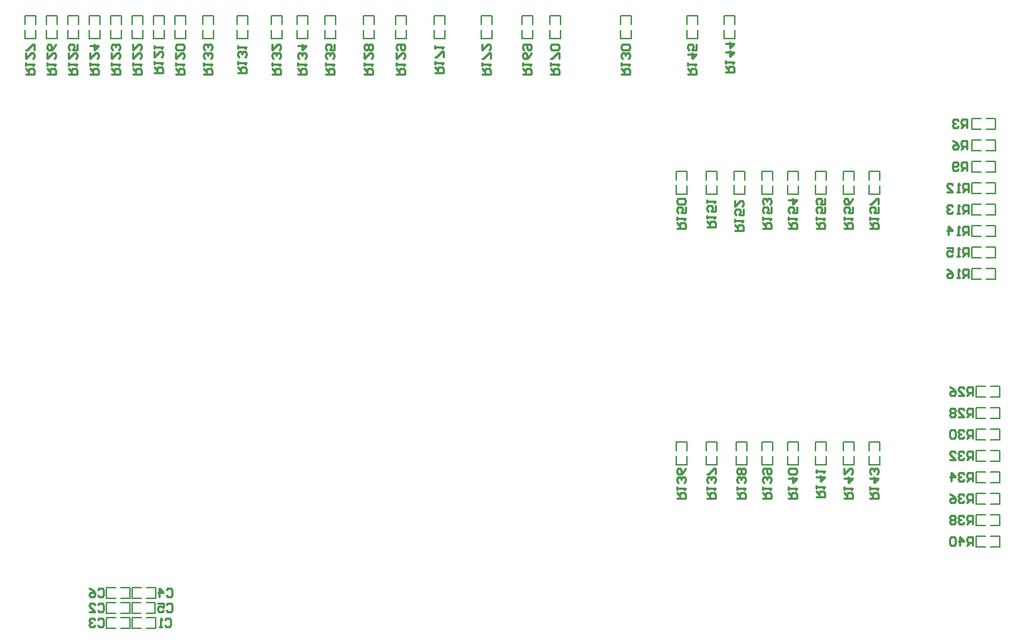
<source format=gbo>
G04*
G04 #@! TF.GenerationSoftware,Altium Limited,Altium Designer,22.3.1 (43)*
G04*
G04 Layer_Color=32896*
%FSLAX25Y25*%
%MOIN*%
G70*
G04*
G04 #@! TF.SameCoordinates,F71B8339-E566-44E3-B05A-047308818BE7*
G04*
G04*
G04 #@! TF.FilePolarity,Positive*
G04*
G01*
G75*
%ADD11C,0.01000*%
%ADD13C,0.00500*%
D11*
X289001Y313002D02*
X292999D01*
Y315002D01*
X292333Y315668D01*
X291000D01*
X290334Y315002D01*
Y313002D01*
Y314335D02*
X289001Y315668D01*
Y317001D02*
Y318334D01*
Y317667D01*
X292999D01*
X292333Y317001D01*
X292999Y320333D02*
Y322999D01*
X292333D01*
X289667Y320333D01*
X289001D01*
Y326998D02*
Y324332D01*
X291666Y326998D01*
X292333D01*
X292999Y326331D01*
Y324998D01*
X292333Y324332D01*
X267001Y313669D02*
X270999D01*
Y315668D01*
X270333Y316335D01*
X269000D01*
X268334Y315668D01*
Y313669D01*
Y315002D02*
X267001Y316335D01*
Y317667D02*
Y319000D01*
Y318334D01*
X270999D01*
X270333Y317667D01*
X270999Y321000D02*
Y323665D01*
X270333D01*
X267667Y321000D01*
X267001D01*
Y324998D02*
Y326331D01*
Y325665D01*
X270999D01*
X270333Y324998D01*
X321001Y313002D02*
X324999D01*
Y315002D01*
X324333Y315668D01*
X323000D01*
X322334Y315002D01*
Y313002D01*
Y314335D02*
X321001Y315668D01*
Y317001D02*
Y318334D01*
Y317667D01*
X324999D01*
X324333Y317001D01*
X324999Y320333D02*
Y322999D01*
X324333D01*
X321667Y320333D01*
X321001D01*
X324333Y324332D02*
X324999Y324998D01*
Y326331D01*
X324333Y326998D01*
X321667D01*
X321001Y326331D01*
Y324998D01*
X321667Y324332D01*
X324333D01*
X308001Y313002D02*
X311999D01*
Y315002D01*
X311333Y315668D01*
X310000D01*
X309333Y315002D01*
Y313002D01*
Y314335D02*
X308001Y315668D01*
Y317001D02*
Y318334D01*
Y317667D01*
X311999D01*
X311333Y317001D01*
X311999Y322999D02*
X311333Y321666D01*
X310000Y320333D01*
X308667D01*
X308001Y321000D01*
Y322333D01*
X308667Y322999D01*
X309333D01*
X310000Y322333D01*
Y320333D01*
X308667Y324332D02*
X308001Y324998D01*
Y326331D01*
X308667Y326998D01*
X311333D01*
X311999Y326331D01*
Y324998D01*
X311333Y324332D01*
X310666D01*
X310000Y324998D01*
Y326998D01*
X470001Y241002D02*
X473999D01*
Y243002D01*
X473333Y243668D01*
X472000D01*
X471334Y243002D01*
Y241002D01*
Y242335D02*
X470001Y243668D01*
Y245001D02*
Y246334D01*
Y245667D01*
X473999D01*
X473333Y245001D01*
X473999Y250999D02*
Y248333D01*
X472000D01*
X472666Y249666D01*
Y250333D01*
X472000Y250999D01*
X470667D01*
X470001Y250333D01*
Y249000D01*
X470667Y248333D01*
X473999Y252332D02*
Y254998D01*
X473333D01*
X470667Y252332D01*
X470001D01*
X458001Y241002D02*
X461999D01*
Y243002D01*
X461333Y243668D01*
X460000D01*
X459334Y243002D01*
Y241002D01*
Y242335D02*
X458001Y243668D01*
Y245001D02*
Y246334D01*
Y245667D01*
X461999D01*
X461333Y245001D01*
X461999Y250999D02*
Y248333D01*
X460000D01*
X460666Y249666D01*
Y250333D01*
X460000Y250999D01*
X458667D01*
X458001Y250333D01*
Y249000D01*
X458667Y248333D01*
X461999Y254998D02*
X461333Y253665D01*
X460000Y252332D01*
X458667D01*
X458001Y252998D01*
Y254331D01*
X458667Y254998D01*
X459334D01*
X460000Y254331D01*
Y252332D01*
X445001Y241002D02*
X448999D01*
Y243002D01*
X448333Y243668D01*
X447000D01*
X446334Y243002D01*
Y241002D01*
Y242335D02*
X445001Y243668D01*
Y245001D02*
Y246334D01*
Y245667D01*
X448999D01*
X448333Y245001D01*
X448999Y250999D02*
Y248333D01*
X447000D01*
X447666Y249666D01*
Y250333D01*
X447000Y250999D01*
X445667D01*
X445001Y250333D01*
Y249000D01*
X445667Y248333D01*
X448999Y254998D02*
Y252332D01*
X447000D01*
X447666Y253665D01*
Y254331D01*
X447000Y254998D01*
X445667D01*
X445001Y254331D01*
Y252998D01*
X445667Y252332D01*
X432001Y241002D02*
X435999D01*
Y243002D01*
X435333Y243668D01*
X434000D01*
X433333Y243002D01*
Y241002D01*
Y242335D02*
X432001Y243668D01*
Y245001D02*
Y246334D01*
Y245667D01*
X435999D01*
X435333Y245001D01*
X435999Y250999D02*
Y248333D01*
X434000D01*
X434666Y249666D01*
Y250333D01*
X434000Y250999D01*
X432667D01*
X432001Y250333D01*
Y249000D01*
X432667Y248333D01*
X432001Y254331D02*
X435999D01*
X434000Y252332D01*
Y254998D01*
X420001Y241002D02*
X423999D01*
Y243002D01*
X423333Y243668D01*
X422000D01*
X421334Y243002D01*
Y241002D01*
Y242335D02*
X420001Y243668D01*
Y245001D02*
Y246334D01*
Y245667D01*
X423999D01*
X423333Y245001D01*
X423999Y250999D02*
Y248333D01*
X422000D01*
X422666Y249666D01*
Y250333D01*
X422000Y250999D01*
X420667D01*
X420001Y250333D01*
Y249000D01*
X420667Y248333D01*
X423333Y252332D02*
X423999Y252998D01*
Y254331D01*
X423333Y254998D01*
X422666D01*
X422000Y254331D01*
Y253665D01*
Y254331D01*
X421334Y254998D01*
X420667D01*
X420001Y254331D01*
Y252998D01*
X420667Y252332D01*
X407001Y240002D02*
X410999D01*
Y242002D01*
X410333Y242668D01*
X409000D01*
X408333Y242002D01*
Y240002D01*
Y241335D02*
X407001Y242668D01*
Y244001D02*
Y245334D01*
Y244667D01*
X410999D01*
X410333Y244001D01*
X410999Y249999D02*
Y247333D01*
X409000D01*
X409666Y248666D01*
Y249333D01*
X409000Y249999D01*
X407667D01*
X407001Y249333D01*
Y248000D01*
X407667Y247333D01*
X407001Y253998D02*
Y251332D01*
X409666Y253998D01*
X410333D01*
X410999Y253331D01*
Y251998D01*
X410333Y251332D01*
X394001Y241669D02*
X397999D01*
Y243668D01*
X397333Y244335D01*
X396000D01*
X395334Y243668D01*
Y241669D01*
Y243002D02*
X394001Y244335D01*
Y245667D02*
Y247000D01*
Y246334D01*
X397999D01*
X397333Y245667D01*
X397999Y251665D02*
Y249000D01*
X396000D01*
X396666Y250333D01*
Y250999D01*
X396000Y251665D01*
X394667D01*
X394001Y250999D01*
Y249666D01*
X394667Y249000D01*
X394001Y252998D02*
Y254331D01*
Y253665D01*
X397999D01*
X397333Y252998D01*
X380001Y241002D02*
X383999D01*
Y243002D01*
X383333Y243668D01*
X382000D01*
X381333Y243002D01*
Y241002D01*
Y242335D02*
X380001Y243668D01*
Y245001D02*
Y246334D01*
Y245667D01*
X383999D01*
X383333Y245001D01*
X383999Y250999D02*
Y248333D01*
X382000D01*
X382666Y249666D01*
Y250333D01*
X382000Y250999D01*
X380667D01*
X380001Y250333D01*
Y249000D01*
X380667Y248333D01*
X383333Y252332D02*
X383999Y252998D01*
Y254331D01*
X383333Y254998D01*
X380667D01*
X380001Y254331D01*
Y252998D01*
X380667Y252332D01*
X383333D01*
X385001Y313002D02*
X388999D01*
Y315002D01*
X388333Y315668D01*
X387000D01*
X386334Y315002D01*
Y313002D01*
Y314335D02*
X385001Y315668D01*
Y317001D02*
Y318334D01*
Y317667D01*
X388999D01*
X388333Y317001D01*
X385001Y322333D02*
X388999D01*
X387000Y320333D01*
Y322999D01*
X388999Y326998D02*
Y324332D01*
X387000D01*
X387666Y325665D01*
Y326331D01*
X387000Y326998D01*
X385667D01*
X385001Y326331D01*
Y324998D01*
X385667Y324332D01*
X402501Y314002D02*
X406499D01*
Y316002D01*
X405833Y316668D01*
X404500D01*
X403834Y316002D01*
Y314002D01*
Y315335D02*
X402501Y316668D01*
Y318001D02*
Y319334D01*
Y318667D01*
X406499D01*
X405833Y318001D01*
X402501Y323333D02*
X406499D01*
X404500Y321333D01*
Y323999D01*
X402501Y327331D02*
X406499D01*
X404500Y325332D01*
Y327998D01*
X470001Y115002D02*
X473999D01*
Y117002D01*
X473333Y117668D01*
X472000D01*
X471334Y117002D01*
Y115002D01*
Y116335D02*
X470001Y117668D01*
Y119001D02*
Y120334D01*
Y119667D01*
X473999D01*
X473333Y119001D01*
X470001Y124333D02*
X473999D01*
X472000Y122333D01*
Y124999D01*
X473333Y126332D02*
X473999Y126998D01*
Y128331D01*
X473333Y128998D01*
X472666D01*
X472000Y128331D01*
Y127665D01*
Y128331D01*
X471334Y128998D01*
X470667D01*
X470001Y128331D01*
Y126998D01*
X470667Y126332D01*
X458001Y115002D02*
X461999D01*
Y117002D01*
X461333Y117668D01*
X460000D01*
X459334Y117002D01*
Y115002D01*
Y116335D02*
X458001Y117668D01*
Y119001D02*
Y120334D01*
Y119667D01*
X461999D01*
X461333Y119001D01*
X458001Y124333D02*
X461999D01*
X460000Y122333D01*
Y124999D01*
X458001Y128998D02*
Y126332D01*
X460666Y128998D01*
X461333D01*
X461999Y128331D01*
Y126998D01*
X461333Y126332D01*
X445001Y115669D02*
X448999D01*
Y117668D01*
X448333Y118334D01*
X447000D01*
X446334Y117668D01*
Y115669D01*
Y117002D02*
X445001Y118334D01*
Y119667D02*
Y121000D01*
Y120334D01*
X448999D01*
X448333Y119667D01*
X445001Y124999D02*
X448999D01*
X447000Y123000D01*
Y125665D01*
X445001Y126998D02*
Y128331D01*
Y127665D01*
X448999D01*
X448333Y126998D01*
X432001Y115002D02*
X435999D01*
Y117002D01*
X435333Y117668D01*
X434000D01*
X433333Y117002D01*
Y115002D01*
Y116335D02*
X432001Y117668D01*
Y119001D02*
Y120334D01*
Y119667D01*
X435999D01*
X435333Y119001D01*
X432001Y124333D02*
X435999D01*
X434000Y122333D01*
Y124999D01*
X435333Y126332D02*
X435999Y126998D01*
Y128331D01*
X435333Y128998D01*
X432667D01*
X432001Y128331D01*
Y126998D01*
X432667Y126332D01*
X435333D01*
X420001Y115002D02*
X423999D01*
Y117002D01*
X423333Y117668D01*
X422000D01*
X421334Y117002D01*
Y115002D01*
Y116335D02*
X420001Y117668D01*
Y119001D02*
Y120334D01*
Y119667D01*
X423999D01*
X423333Y119001D01*
Y122333D02*
X423999Y123000D01*
Y124333D01*
X423333Y124999D01*
X422666D01*
X422000Y124333D01*
Y123666D01*
Y124333D01*
X421334Y124999D01*
X420667D01*
X420001Y124333D01*
Y123000D01*
X420667Y122333D01*
Y126332D02*
X420001Y126998D01*
Y128331D01*
X420667Y128998D01*
X423333D01*
X423999Y128331D01*
Y126998D01*
X423333Y126332D01*
X422666D01*
X422000Y126998D01*
Y128998D01*
X408001Y115002D02*
X411999D01*
Y117002D01*
X411333Y117668D01*
X410000D01*
X409334Y117002D01*
Y115002D01*
Y116335D02*
X408001Y117668D01*
Y119001D02*
Y120334D01*
Y119667D01*
X411999D01*
X411333Y119001D01*
Y122333D02*
X411999Y123000D01*
Y124333D01*
X411333Y124999D01*
X410666D01*
X410000Y124333D01*
Y123666D01*
Y124333D01*
X409334Y124999D01*
X408667D01*
X408001Y124333D01*
Y123000D01*
X408667Y122333D01*
X411333Y126332D02*
X411999Y126998D01*
Y128331D01*
X411333Y128998D01*
X410666D01*
X410000Y128331D01*
X409334Y128998D01*
X408667D01*
X408001Y128331D01*
Y126998D01*
X408667Y126332D01*
X409334D01*
X410000Y126998D01*
X410666Y126332D01*
X411333D01*
X410000Y126998D02*
Y128331D01*
X394001Y115002D02*
X397999D01*
Y117002D01*
X397333Y117668D01*
X396000D01*
X395334Y117002D01*
Y115002D01*
Y116335D02*
X394001Y117668D01*
Y119001D02*
Y120334D01*
Y119667D01*
X397999D01*
X397333Y119001D01*
Y122333D02*
X397999Y123000D01*
Y124333D01*
X397333Y124999D01*
X396666D01*
X396000Y124333D01*
Y123666D01*
Y124333D01*
X395334Y124999D01*
X394667D01*
X394001Y124333D01*
Y123000D01*
X394667Y122333D01*
X397999Y126332D02*
Y128998D01*
X397333D01*
X394667Y126332D01*
X394001D01*
X380001Y115002D02*
X383999D01*
Y117002D01*
X383333Y117668D01*
X382000D01*
X381334Y117002D01*
Y115002D01*
Y116335D02*
X380001Y117668D01*
Y119001D02*
Y120334D01*
Y119667D01*
X383999D01*
X383333Y119001D01*
Y122333D02*
X383999Y123000D01*
Y124333D01*
X383333Y124999D01*
X382666D01*
X382000Y124333D01*
Y123666D01*
Y124333D01*
X381334Y124999D01*
X380667D01*
X380001Y124333D01*
Y123000D01*
X380667Y122333D01*
X383999Y128998D02*
X383333Y127665D01*
X382000Y126332D01*
X380667D01*
X380001Y126998D01*
Y128331D01*
X380667Y128998D01*
X381334D01*
X382000Y128331D01*
Y126332D01*
X216001Y313002D02*
X219999D01*
Y315002D01*
X219333Y315668D01*
X218000D01*
X217334Y315002D01*
Y313002D01*
Y314335D02*
X216001Y315668D01*
Y317001D02*
Y318334D01*
Y317667D01*
X219999D01*
X219333Y317001D01*
Y320333D02*
X219999Y321000D01*
Y322333D01*
X219333Y322999D01*
X218666D01*
X218000Y322333D01*
Y321666D01*
Y322333D01*
X217334Y322999D01*
X216667D01*
X216001Y322333D01*
Y321000D01*
X216667Y320333D01*
X219999Y326998D02*
Y324332D01*
X218000D01*
X218666Y325665D01*
Y326331D01*
X218000Y326998D01*
X216667D01*
X216001Y326331D01*
Y324998D01*
X216667Y324332D01*
X203001Y313002D02*
X206999D01*
Y315002D01*
X206333Y315668D01*
X205000D01*
X204333Y315002D01*
Y313002D01*
Y314335D02*
X203001Y315668D01*
Y317001D02*
Y318334D01*
Y317667D01*
X206999D01*
X206333Y317001D01*
Y320333D02*
X206999Y321000D01*
Y322333D01*
X206333Y322999D01*
X205666D01*
X205000Y322333D01*
Y321666D01*
Y322333D01*
X204333Y322999D01*
X203667D01*
X203001Y322333D01*
Y321000D01*
X203667Y320333D01*
X203001Y326331D02*
X206999D01*
X205000Y324332D01*
Y326998D01*
X159001Y313002D02*
X162999D01*
Y315002D01*
X162333Y315668D01*
X161000D01*
X160334Y315002D01*
Y313002D01*
Y314335D02*
X159001Y315668D01*
Y317001D02*
Y318334D01*
Y317667D01*
X162999D01*
X162333Y317001D01*
Y320333D02*
X162999Y321000D01*
Y322333D01*
X162333Y322999D01*
X161666D01*
X161000Y322333D01*
Y321666D01*
Y322333D01*
X160334Y322999D01*
X159667D01*
X159001Y322333D01*
Y321000D01*
X159667Y320333D01*
X162333Y324332D02*
X162999Y324998D01*
Y326331D01*
X162333Y326998D01*
X161666D01*
X161000Y326331D01*
Y325665D01*
Y326331D01*
X160334Y326998D01*
X159667D01*
X159001Y326331D01*
Y324998D01*
X159667Y324332D01*
X191001Y313002D02*
X194999D01*
Y315002D01*
X194333Y315668D01*
X193000D01*
X192333Y315002D01*
Y313002D01*
Y314335D02*
X191001Y315668D01*
Y317001D02*
Y318334D01*
Y317667D01*
X194999D01*
X194333Y317001D01*
Y320333D02*
X194999Y321000D01*
Y322333D01*
X194333Y322999D01*
X193666D01*
X193000Y322333D01*
Y321666D01*
Y322333D01*
X192333Y322999D01*
X191667D01*
X191001Y322333D01*
Y321000D01*
X191667Y320333D01*
X191001Y326998D02*
Y324332D01*
X193666Y326998D01*
X194333D01*
X194999Y326331D01*
Y324998D01*
X194333Y324332D01*
X175001Y313669D02*
X178999D01*
Y315668D01*
X178333Y316335D01*
X177000D01*
X176333Y315668D01*
Y313669D01*
Y315002D02*
X175001Y316335D01*
Y317667D02*
Y319000D01*
Y318334D01*
X178999D01*
X178333Y317667D01*
Y321000D02*
X178999Y321666D01*
Y322999D01*
X178333Y323665D01*
X177666D01*
X177000Y322999D01*
Y322333D01*
Y322999D01*
X176333Y323665D01*
X175667D01*
X175001Y322999D01*
Y321666D01*
X175667Y321000D01*
X175001Y324998D02*
Y326331D01*
Y325665D01*
X178999D01*
X178333Y324998D01*
X354001Y313002D02*
X357999D01*
Y315002D01*
X357333Y315668D01*
X356000D01*
X355333Y315002D01*
Y313002D01*
Y314335D02*
X354001Y315668D01*
Y317001D02*
Y318334D01*
Y317667D01*
X357999D01*
X357333Y317001D01*
Y320333D02*
X357999Y321000D01*
Y322333D01*
X357333Y322999D01*
X356666D01*
X356000Y322333D01*
Y321666D01*
Y322333D01*
X355333Y322999D01*
X354667D01*
X354001Y322333D01*
Y321000D01*
X354667Y320333D01*
X357333Y324332D02*
X357999Y324998D01*
Y326331D01*
X357333Y326998D01*
X354667D01*
X354001Y326331D01*
Y324998D01*
X354667Y324332D01*
X357333D01*
X249001Y313002D02*
X252999D01*
Y315002D01*
X252333Y315668D01*
X251000D01*
X250334Y315002D01*
Y313002D01*
Y314335D02*
X249001Y315668D01*
Y317001D02*
Y318334D01*
Y317667D01*
X252999D01*
X252333Y317001D01*
X249001Y322999D02*
Y320333D01*
X251666Y322999D01*
X252333D01*
X252999Y322333D01*
Y321000D01*
X252333Y320333D01*
X249667Y324332D02*
X249001Y324998D01*
Y326331D01*
X249667Y326998D01*
X252333D01*
X252999Y326331D01*
Y324998D01*
X252333Y324332D01*
X251666D01*
X251000Y324998D01*
Y326998D01*
X234001Y313002D02*
X237999D01*
Y315002D01*
X237333Y315668D01*
X236000D01*
X235334Y315002D01*
Y313002D01*
Y314335D02*
X234001Y315668D01*
Y317001D02*
Y318334D01*
Y317667D01*
X237999D01*
X237333Y317001D01*
X234001Y322999D02*
Y320333D01*
X236666Y322999D01*
X237333D01*
X237999Y322333D01*
Y321000D01*
X237333Y320333D01*
Y324332D02*
X237999Y324998D01*
Y326331D01*
X237333Y326998D01*
X236666D01*
X236000Y326331D01*
X235334Y326998D01*
X234667D01*
X234001Y326331D01*
Y324998D01*
X234667Y324332D01*
X235334D01*
X236000Y324998D01*
X236666Y324332D01*
X237333D01*
X236000Y324998D02*
Y326331D01*
X76001Y313002D02*
X79999D01*
Y315002D01*
X79333Y315668D01*
X78000D01*
X77333Y315002D01*
Y313002D01*
Y314335D02*
X76001Y315668D01*
Y317001D02*
Y318334D01*
Y317667D01*
X79999D01*
X79333Y317001D01*
X76001Y322999D02*
Y320333D01*
X78666Y322999D01*
X79333D01*
X79999Y322333D01*
Y321000D01*
X79333Y320333D01*
X79999Y324332D02*
Y326998D01*
X79333D01*
X76667Y324332D01*
X76001D01*
X86001Y313002D02*
X89999D01*
Y315002D01*
X89333Y315668D01*
X88000D01*
X87334Y315002D01*
Y313002D01*
Y314335D02*
X86001Y315668D01*
Y317001D02*
Y318334D01*
Y317667D01*
X89999D01*
X89333Y317001D01*
X86001Y322999D02*
Y320333D01*
X88666Y322999D01*
X89333D01*
X89999Y322333D01*
Y321000D01*
X89333Y320333D01*
X89999Y326998D02*
X89333Y325665D01*
X88000Y324332D01*
X86667D01*
X86001Y324998D01*
Y326331D01*
X86667Y326998D01*
X87334D01*
X88000Y326331D01*
Y324332D01*
X96001Y313002D02*
X99999D01*
Y315002D01*
X99333Y315668D01*
X98000D01*
X97334Y315002D01*
Y313002D01*
Y314335D02*
X96001Y315668D01*
Y317001D02*
Y318334D01*
Y317667D01*
X99999D01*
X99333Y317001D01*
X96001Y322999D02*
Y320333D01*
X98666Y322999D01*
X99333D01*
X99999Y322333D01*
Y321000D01*
X99333Y320333D01*
X99999Y326998D02*
Y324332D01*
X98000D01*
X98666Y325665D01*
Y326331D01*
X98000Y326998D01*
X96667D01*
X96001Y326331D01*
Y324998D01*
X96667Y324332D01*
X106001Y313002D02*
X109999D01*
Y315002D01*
X109333Y315668D01*
X108000D01*
X107334Y315002D01*
Y313002D01*
Y314335D02*
X106001Y315668D01*
Y317001D02*
Y318334D01*
Y317667D01*
X109999D01*
X109333Y317001D01*
X106001Y322999D02*
Y320333D01*
X108667Y322999D01*
X109333D01*
X109999Y322333D01*
Y321000D01*
X109333Y320333D01*
X106001Y326331D02*
X109999D01*
X108000Y324332D01*
Y326998D01*
X116001Y313002D02*
X119999D01*
Y315002D01*
X119333Y315668D01*
X118000D01*
X117333Y315002D01*
Y313002D01*
Y314335D02*
X116001Y315668D01*
Y317001D02*
Y318334D01*
Y317667D01*
X119999D01*
X119333Y317001D01*
X116001Y322999D02*
Y320333D01*
X118667Y322999D01*
X119333D01*
X119999Y322333D01*
Y321000D01*
X119333Y320333D01*
Y324332D02*
X119999Y324998D01*
Y326331D01*
X119333Y326998D01*
X118667D01*
X118000Y326331D01*
Y325665D01*
Y326331D01*
X117333Y326998D01*
X116667D01*
X116001Y326331D01*
Y324998D01*
X116667Y324332D01*
X126001Y313002D02*
X129999D01*
Y315002D01*
X129333Y315668D01*
X128000D01*
X127333Y315002D01*
Y313002D01*
Y314335D02*
X126001Y315668D01*
Y317001D02*
Y318334D01*
Y317667D01*
X129999D01*
X129333Y317001D01*
X126001Y322999D02*
Y320333D01*
X128666Y322999D01*
X129333D01*
X129999Y322333D01*
Y321000D01*
X129333Y320333D01*
X126001Y326998D02*
Y324332D01*
X128666Y326998D01*
X129333D01*
X129999Y326331D01*
Y324998D01*
X129333Y324332D01*
X136001Y313669D02*
X139999D01*
Y315668D01*
X139333Y316335D01*
X138000D01*
X137334Y315668D01*
Y313669D01*
Y315002D02*
X136001Y316335D01*
Y317667D02*
Y319000D01*
Y318334D01*
X139999D01*
X139333Y317667D01*
X136001Y323665D02*
Y321000D01*
X138666Y323665D01*
X139333D01*
X139999Y322999D01*
Y321666D01*
X139333Y321000D01*
X136001Y324998D02*
Y326331D01*
Y325665D01*
X139999D01*
X139333Y324998D01*
X146001Y313002D02*
X149999D01*
Y315002D01*
X149333Y315668D01*
X148000D01*
X147334Y315002D01*
Y313002D01*
Y314335D02*
X146001Y315668D01*
Y317001D02*
Y318334D01*
Y317667D01*
X149999D01*
X149333Y317001D01*
X146001Y322999D02*
Y320333D01*
X148667Y322999D01*
X149333D01*
X149999Y322333D01*
Y321000D01*
X149333Y320333D01*
Y324332D02*
X149999Y324998D01*
Y326331D01*
X149333Y326998D01*
X146667D01*
X146001Y326331D01*
Y324998D01*
X146667Y324332D01*
X149333D01*
X517832Y93001D02*
Y96999D01*
X515832D01*
X515166Y96333D01*
Y95000D01*
X515832Y94334D01*
X517832D01*
X516499D02*
X515166Y93001D01*
X511834D02*
Y96999D01*
X513833Y95000D01*
X511167D01*
X509834Y96333D02*
X509168Y96999D01*
X507835D01*
X507168Y96333D01*
Y93667D01*
X507835Y93001D01*
X509168D01*
X509834Y93667D01*
Y96333D01*
X517832Y103001D02*
Y106999D01*
X515832D01*
X515166Y106333D01*
Y105000D01*
X515832Y104333D01*
X517832D01*
X516499D02*
X515166Y103001D01*
X513833Y106333D02*
X513166Y106999D01*
X511834D01*
X511167Y106333D01*
Y105666D01*
X511834Y105000D01*
X512500D01*
X511834D01*
X511167Y104333D01*
Y103667D01*
X511834Y103001D01*
X513166D01*
X513833Y103667D01*
X509834Y106333D02*
X509168Y106999D01*
X507835D01*
X507168Y106333D01*
Y105666D01*
X507835Y105000D01*
X507168Y104333D01*
Y103667D01*
X507835Y103001D01*
X509168D01*
X509834Y103667D01*
Y104333D01*
X509168Y105000D01*
X509834Y105666D01*
Y106333D01*
X509168Y105000D02*
X507835D01*
X517832Y113001D02*
Y116999D01*
X515832D01*
X515166Y116333D01*
Y115000D01*
X515832Y114333D01*
X517832D01*
X516499D02*
X515166Y113001D01*
X513833Y116333D02*
X513166Y116999D01*
X511834D01*
X511167Y116333D01*
Y115666D01*
X511834Y115000D01*
X512500D01*
X511834D01*
X511167Y114333D01*
Y113667D01*
X511834Y113001D01*
X513166D01*
X513833Y113667D01*
X507168Y116999D02*
X508501Y116333D01*
X509834Y115000D01*
Y113667D01*
X509168Y113001D01*
X507835D01*
X507168Y113667D01*
Y114333D01*
X507835Y115000D01*
X509834D01*
X517832Y123001D02*
Y126999D01*
X515832D01*
X515166Y126333D01*
Y125000D01*
X515832Y124334D01*
X517832D01*
X516499D02*
X515166Y123001D01*
X513833Y126333D02*
X513166Y126999D01*
X511834D01*
X511167Y126333D01*
Y125666D01*
X511834Y125000D01*
X512500D01*
X511834D01*
X511167Y124334D01*
Y123667D01*
X511834Y123001D01*
X513166D01*
X513833Y123667D01*
X507835Y123001D02*
Y126999D01*
X509834Y125000D01*
X507168D01*
X517832Y133001D02*
Y136999D01*
X515832D01*
X515166Y136333D01*
Y135000D01*
X515832Y134334D01*
X517832D01*
X516499D02*
X515166Y133001D01*
X513833Y136333D02*
X513166Y136999D01*
X511834D01*
X511167Y136333D01*
Y135667D01*
X511834Y135000D01*
X512500D01*
X511834D01*
X511167Y134334D01*
Y133667D01*
X511834Y133001D01*
X513166D01*
X513833Y133667D01*
X507168Y133001D02*
X509834D01*
X507168Y135667D01*
Y136333D01*
X507835Y136999D01*
X509168D01*
X509834Y136333D01*
X517832Y143001D02*
Y146999D01*
X515832D01*
X515166Y146333D01*
Y145000D01*
X515832Y144334D01*
X517832D01*
X516499D02*
X515166Y143001D01*
X513833Y146333D02*
X513166Y146999D01*
X511834D01*
X511167Y146333D01*
Y145667D01*
X511834Y145000D01*
X512500D01*
X511834D01*
X511167Y144334D01*
Y143667D01*
X511834Y143001D01*
X513166D01*
X513833Y143667D01*
X509834Y146333D02*
X509168Y146999D01*
X507835D01*
X507168Y146333D01*
Y143667D01*
X507835Y143001D01*
X509168D01*
X509834Y143667D01*
Y146333D01*
X517832Y153001D02*
Y156999D01*
X515832D01*
X515166Y156333D01*
Y155000D01*
X515832Y154333D01*
X517832D01*
X516499D02*
X515166Y153001D01*
X511167D02*
X513833D01*
X511167Y155666D01*
Y156333D01*
X511834Y156999D01*
X513166D01*
X513833Y156333D01*
X509834D02*
X509168Y156999D01*
X507835D01*
X507168Y156333D01*
Y155666D01*
X507835Y155000D01*
X507168Y154333D01*
Y153667D01*
X507835Y153001D01*
X509168D01*
X509834Y153667D01*
Y154333D01*
X509168Y155000D01*
X509834Y155666D01*
Y156333D01*
X509168Y155000D02*
X507835D01*
X517832Y163001D02*
Y166999D01*
X515832D01*
X515166Y166333D01*
Y165000D01*
X515832Y164333D01*
X517832D01*
X516499D02*
X515166Y163001D01*
X511167D02*
X513833D01*
X511167Y165666D01*
Y166333D01*
X511834Y166999D01*
X513166D01*
X513833Y166333D01*
X507168Y166999D02*
X508501Y166333D01*
X509834Y165000D01*
Y163667D01*
X509168Y163001D01*
X507835D01*
X507168Y163667D01*
Y164333D01*
X507835Y165000D01*
X509834D01*
X515998Y218001D02*
Y221999D01*
X513999D01*
X513333Y221333D01*
Y220000D01*
X513999Y219334D01*
X515998D01*
X514666D02*
X513333Y218001D01*
X512000D02*
X510667D01*
X511333D01*
Y221999D01*
X512000Y221333D01*
X506002Y221999D02*
X507335Y221333D01*
X508667Y220000D01*
Y218667D01*
X508001Y218001D01*
X506668D01*
X506002Y218667D01*
Y219334D01*
X506668Y220000D01*
X508667D01*
X515998Y228001D02*
Y231999D01*
X513999D01*
X513333Y231333D01*
Y230000D01*
X513999Y229334D01*
X515998D01*
X514666D02*
X513333Y228001D01*
X512000D02*
X510667D01*
X511333D01*
Y231999D01*
X512000Y231333D01*
X506002Y231999D02*
X508667D01*
Y230000D01*
X507335Y230666D01*
X506668D01*
X506002Y230000D01*
Y228667D01*
X506668Y228001D01*
X508001D01*
X508667Y228667D01*
X515998Y238001D02*
Y241999D01*
X513999D01*
X513333Y241333D01*
Y240000D01*
X513999Y239334D01*
X515998D01*
X514666D02*
X513333Y238001D01*
X512000D02*
X510667D01*
X511333D01*
Y241999D01*
X512000Y241333D01*
X506668Y238001D02*
Y241999D01*
X508667Y240000D01*
X506002D01*
X515998Y248001D02*
Y251999D01*
X513999D01*
X513333Y251333D01*
Y250000D01*
X513999Y249334D01*
X515998D01*
X514666D02*
X513333Y248001D01*
X512000D02*
X510667D01*
X511333D01*
Y251999D01*
X512000Y251333D01*
X508667D02*
X508001Y251999D01*
X506668D01*
X506002Y251333D01*
Y250666D01*
X506668Y250000D01*
X507335D01*
X506668D01*
X506002Y249334D01*
Y248667D01*
X506668Y248001D01*
X508001D01*
X508667Y248667D01*
X515998Y258001D02*
Y261999D01*
X513999D01*
X513333Y261333D01*
Y260000D01*
X513999Y259334D01*
X515998D01*
X514666D02*
X513333Y258001D01*
X512000D02*
X510667D01*
X511333D01*
Y261999D01*
X512000Y261333D01*
X506002Y258001D02*
X508667D01*
X506002Y260666D01*
Y261333D01*
X506668Y261999D01*
X508001D01*
X508667Y261333D01*
X515332Y268001D02*
Y271999D01*
X513333D01*
X512666Y271333D01*
Y270000D01*
X513333Y269334D01*
X515332D01*
X513999D02*
X512666Y268001D01*
X511334Y268667D02*
X510667Y268001D01*
X509334D01*
X508668Y268667D01*
Y271333D01*
X509334Y271999D01*
X510667D01*
X511334Y271333D01*
Y270666D01*
X510667Y270000D01*
X508668D01*
X515332Y278001D02*
Y281999D01*
X513333D01*
X512666Y281333D01*
Y280000D01*
X513333Y279334D01*
X515332D01*
X513999D02*
X512666Y278001D01*
X508668Y281999D02*
X510001Y281333D01*
X511334Y280000D01*
Y278667D01*
X510667Y278001D01*
X509334D01*
X508668Y278667D01*
Y279334D01*
X509334Y280000D01*
X511334D01*
X515332Y288001D02*
Y291999D01*
X513333D01*
X512666Y291333D01*
Y290000D01*
X513333Y289334D01*
X515332D01*
X513999D02*
X512666Y288001D01*
X511334Y291333D02*
X510667Y291999D01*
X509334D01*
X508668Y291333D01*
Y290666D01*
X509334Y290000D01*
X510001D01*
X509334D01*
X508668Y289334D01*
Y288667D01*
X509334Y288001D01*
X510667D01*
X511334Y288667D01*
X109667Y72333D02*
X110333Y72999D01*
X111666D01*
X112332Y72333D01*
Y69667D01*
X111666Y69001D01*
X110333D01*
X109667Y69667D01*
X105668Y72999D02*
X107001Y72333D01*
X108334Y71000D01*
Y69667D01*
X107667Y69001D01*
X106334D01*
X105668Y69667D01*
Y70334D01*
X106334Y71000D01*
X108334D01*
X141666Y65333D02*
X142333Y65999D01*
X143666D01*
X144332Y65333D01*
Y62667D01*
X143666Y62001D01*
X142333D01*
X141666Y62667D01*
X137668Y65999D02*
X140333D01*
Y64000D01*
X139001Y64666D01*
X138334D01*
X137668Y64000D01*
Y62667D01*
X138334Y62001D01*
X139667D01*
X140333Y62667D01*
X141666Y72333D02*
X142333Y72999D01*
X143666D01*
X144332Y72333D01*
Y69667D01*
X143666Y69001D01*
X142333D01*
X141666Y69667D01*
X138334Y69001D02*
Y72999D01*
X140333Y71000D01*
X137668D01*
X109667Y58333D02*
X110333Y58999D01*
X111666D01*
X112332Y58333D01*
Y55667D01*
X111666Y55001D01*
X110333D01*
X109667Y55667D01*
X108334Y58333D02*
X107667Y58999D01*
X106334D01*
X105668Y58333D01*
Y57666D01*
X106334Y57000D01*
X107001D01*
X106334D01*
X105668Y56334D01*
Y55667D01*
X106334Y55001D01*
X107667D01*
X108334Y55667D01*
X109667Y65333D02*
X110333Y65999D01*
X111666D01*
X112332Y65333D01*
Y62667D01*
X111666Y62001D01*
X110333D01*
X109667Y62667D01*
X105668Y62001D02*
X108334D01*
X105668Y64666D01*
Y65333D01*
X106334Y65999D01*
X107667D01*
X108334Y65333D01*
X140850Y58333D02*
X141517Y58999D01*
X142850D01*
X143516Y58333D01*
Y55667D01*
X142850Y55001D01*
X141517D01*
X140850Y55667D01*
X139517Y55001D02*
X138185D01*
X138851D01*
Y58999D01*
X139517Y58333D01*
D13*
X517600Y222500D02*
X521700D01*
X517600Y217500D02*
Y222500D01*
Y217500D02*
X521700D01*
X524200D02*
X528400D01*
Y222500D01*
X524300D02*
X528400D01*
X517600Y242500D02*
X521700D01*
X517600Y237500D02*
Y242500D01*
Y237500D02*
X521700D01*
X524200D02*
X528400D01*
Y242500D01*
X524300D02*
X528400D01*
X517600Y262500D02*
X521700D01*
X517600Y257500D02*
Y262500D01*
Y257500D02*
X521700D01*
X524200D02*
X528400D01*
Y262500D01*
X524300D02*
X528400D01*
X517600Y272500D02*
X521700D01*
X517600Y267500D02*
Y272500D01*
Y267500D02*
X521700D01*
X524200D02*
X528400D01*
Y272500D01*
X524300D02*
X528400D01*
X517600Y282500D02*
X521700D01*
X517600Y277500D02*
Y282500D01*
Y277500D02*
X521700D01*
X524200D02*
X528400D01*
Y282500D01*
X524300D02*
X528400D01*
X517600Y292500D02*
X521700D01*
X517600Y287500D02*
Y292500D01*
Y287500D02*
X521700D01*
X524200D02*
X528400D01*
Y292500D01*
X524300D02*
X528400D01*
X517600Y232500D02*
X521700D01*
X517600Y227500D02*
Y232500D01*
Y227500D02*
X521700D01*
X524200D02*
X528400D01*
Y232500D01*
X524300D02*
X528400D01*
X517600Y252500D02*
X521700D01*
X517600Y247500D02*
Y252500D01*
Y247500D02*
X521700D01*
X524200D02*
X528400D01*
Y252500D01*
X524300D02*
X528400D01*
X179500Y336300D02*
Y340400D01*
X174500D02*
X179500D01*
X174500Y336300D02*
Y340400D01*
Y329600D02*
Y333800D01*
Y329600D02*
X179500D01*
Y333700D01*
X163500Y336300D02*
Y340400D01*
X158500D02*
X163500D01*
X158500Y336300D02*
Y340400D01*
Y329600D02*
Y333800D01*
Y329600D02*
X163500D01*
Y333700D01*
X358500Y336300D02*
Y340400D01*
X353500D02*
X358500D01*
X353500Y336300D02*
Y340400D01*
Y329600D02*
Y333800D01*
Y329600D02*
X358500D01*
Y333700D01*
X271500Y336300D02*
Y340400D01*
X266500D02*
X271500D01*
X266500Y336300D02*
Y340400D01*
Y329600D02*
Y333800D01*
Y329600D02*
X271500D01*
Y333700D01*
X253500Y336300D02*
Y340400D01*
X248500D02*
X253500D01*
X248500Y336300D02*
Y340400D01*
Y329600D02*
Y333800D01*
Y329600D02*
X253500D01*
Y333700D01*
X312500Y336300D02*
Y340400D01*
X307500D02*
X312500D01*
X307500Y336300D02*
Y340400D01*
Y329600D02*
Y333800D01*
Y329600D02*
X312500D01*
Y333700D01*
X293500Y336300D02*
Y340400D01*
X288500D02*
X293500D01*
X288500Y336300D02*
Y340400D01*
Y329600D02*
Y333800D01*
Y329600D02*
X293500D01*
Y333700D01*
X325500Y336300D02*
Y340400D01*
X320500D02*
X325500D01*
X320500Y336300D02*
Y340400D01*
Y329600D02*
Y333800D01*
Y329600D02*
X325500D01*
Y333700D01*
X238500Y336300D02*
Y340400D01*
X233500D02*
X238500D01*
X233500Y336300D02*
Y340400D01*
Y329600D02*
Y333800D01*
Y329600D02*
X238500D01*
Y333700D01*
X195500Y336300D02*
Y340400D01*
X190500D02*
X195500D01*
X190500Y336300D02*
Y340400D01*
Y329600D02*
Y333800D01*
Y329600D02*
X195500D01*
Y333700D01*
X220500Y336300D02*
Y340400D01*
X215500D02*
X220500D01*
X215500Y336300D02*
Y340400D01*
Y329600D02*
Y333800D01*
Y329600D02*
X220500D01*
Y333700D01*
X207500Y336300D02*
Y340400D01*
X202500D02*
X207500D01*
X202500Y336300D02*
Y340400D01*
Y329600D02*
Y333800D01*
Y329600D02*
X207500D01*
Y333700D01*
X474500Y257100D02*
Y261200D01*
X469500Y257100D02*
X474500D01*
X469500D02*
Y261300D01*
Y263800D02*
Y267900D01*
X474500D01*
Y263800D02*
Y267900D01*
X424500Y257100D02*
Y261200D01*
X419500Y257100D02*
X424500D01*
X419500D02*
Y261300D01*
Y263800D02*
Y267900D01*
X424500D01*
Y263800D02*
Y267900D01*
X436500Y257100D02*
Y261200D01*
X431500Y257100D02*
X436500D01*
X431500D02*
Y261300D01*
Y263800D02*
Y267900D01*
X436500D01*
Y263800D02*
Y267900D01*
X398500Y257100D02*
Y261200D01*
X393500Y257100D02*
X398500D01*
X393500D02*
Y261300D01*
Y263800D02*
Y267900D01*
X398500D01*
Y263800D02*
Y267900D01*
X411500Y257100D02*
Y261200D01*
X406500Y257100D02*
X411500D01*
X406500D02*
Y261300D01*
Y263800D02*
Y267900D01*
X411500D01*
Y263800D02*
Y267900D01*
X462500Y257100D02*
Y261200D01*
X457500Y257100D02*
X462500D01*
X457500D02*
Y261300D01*
Y263800D02*
Y267900D01*
X462500D01*
Y263800D02*
Y267900D01*
X449500Y257100D02*
Y261200D01*
X444500Y257100D02*
X449500D01*
X444500D02*
Y261300D01*
Y263800D02*
Y267900D01*
X449500D01*
Y263800D02*
Y267900D01*
X384500Y257100D02*
Y261200D01*
X379500Y257100D02*
X384500D01*
X379500D02*
Y261300D01*
Y263800D02*
Y267900D01*
X384500D01*
Y263800D02*
Y267900D01*
X389500Y336300D02*
Y340400D01*
X384500D02*
X389500D01*
X384500Y336300D02*
Y340400D01*
Y329600D02*
Y333800D01*
Y329600D02*
X389500D01*
Y333700D01*
X407000Y336300D02*
Y340400D01*
X402000D02*
X407000D01*
X402000Y336300D02*
Y340400D01*
Y329600D02*
Y333800D01*
Y329600D02*
X407000D01*
Y333700D01*
X132300Y68500D02*
X136400D01*
Y73500D01*
X132300D02*
X136400D01*
X125600D02*
X129800D01*
X125600Y68500D02*
Y73500D01*
Y68500D02*
X129700D01*
X132150Y61500D02*
X136250D01*
Y66500D01*
X132150D02*
X136250D01*
X125450D02*
X129650D01*
X125450Y61500D02*
Y66500D01*
Y61500D02*
X129550D01*
X113600Y59500D02*
X117700D01*
X113600Y54500D02*
Y59500D01*
Y54500D02*
X117700D01*
X120200D02*
X124400D01*
Y59500D01*
X120300D02*
X124400D01*
X113600Y73500D02*
X117700D01*
X113600Y68500D02*
Y73500D01*
Y68500D02*
X117700D01*
X120200D02*
X124400D01*
Y73500D01*
X120300D02*
X124400D01*
X113600Y66500D02*
X117700D01*
X113600Y61500D02*
Y66500D01*
Y61500D02*
X117700D01*
X120200D02*
X124400D01*
Y66500D01*
X120300D02*
X124400D01*
X132300Y54500D02*
X136400D01*
Y59500D01*
X132300D02*
X136400D01*
X125600D02*
X129800D01*
X125600Y54500D02*
Y59500D01*
Y54500D02*
X129700D01*
X424500Y137300D02*
Y141400D01*
X419500D02*
X424500D01*
X419500Y137300D02*
Y141400D01*
Y130600D02*
Y134800D01*
Y130600D02*
X424500D01*
Y134700D01*
X398500Y137300D02*
Y141400D01*
X393500D02*
X398500D01*
X393500Y137300D02*
Y141400D01*
Y130600D02*
Y134800D01*
Y130600D02*
X398500D01*
Y134700D01*
X384500Y137300D02*
Y141400D01*
X379500D02*
X384500D01*
X379500Y137300D02*
Y141400D01*
Y130600D02*
Y134800D01*
Y130600D02*
X384500D01*
Y134700D01*
X436500Y137300D02*
Y141400D01*
X431500D02*
X436500D01*
X431500Y137300D02*
Y141400D01*
Y130600D02*
Y134800D01*
Y130600D02*
X436500D01*
Y134700D01*
X462500Y137300D02*
Y141400D01*
X457500D02*
X462500D01*
X457500Y137300D02*
Y141400D01*
Y130600D02*
Y134800D01*
Y130600D02*
X462500D01*
Y134700D01*
X474500Y137300D02*
Y141400D01*
X469500D02*
X474500D01*
X469500Y137300D02*
Y141400D01*
Y130600D02*
Y134800D01*
Y130600D02*
X474500D01*
Y134700D01*
X412500Y137300D02*
Y141400D01*
X407500D02*
X412500D01*
X407500Y137300D02*
Y141400D01*
Y130600D02*
Y134800D01*
Y130600D02*
X412500D01*
Y134700D01*
X449500Y137300D02*
Y141400D01*
X444500D02*
X449500D01*
X444500Y137300D02*
Y141400D01*
Y130600D02*
Y134800D01*
Y130600D02*
X449500D01*
Y134700D01*
X150500Y336300D02*
Y340400D01*
X145500D02*
X150500D01*
X145500Y336300D02*
Y340400D01*
Y329600D02*
Y333800D01*
Y329600D02*
X150500D01*
Y333700D01*
X140500Y336300D02*
Y340400D01*
X135500D02*
X140500D01*
X135500Y336300D02*
Y340400D01*
Y329600D02*
Y333800D01*
Y329600D02*
X140500D01*
Y333700D01*
X120500Y336300D02*
Y340400D01*
X115500D02*
X120500D01*
X115500Y336300D02*
Y340400D01*
Y329600D02*
Y333800D01*
Y329600D02*
X120500D01*
Y333700D01*
X130500Y336300D02*
Y340400D01*
X125500D02*
X130500D01*
X125500Y336300D02*
Y340400D01*
Y329600D02*
Y333800D01*
Y329600D02*
X130500D01*
Y333700D01*
X110500Y336300D02*
Y340400D01*
X105500D02*
X110500D01*
X105500Y336300D02*
Y340400D01*
Y329600D02*
Y333800D01*
Y329600D02*
X110500D01*
Y333700D01*
X100500Y336300D02*
Y340400D01*
X95500D02*
X100500D01*
X95500Y336300D02*
Y340400D01*
Y329600D02*
Y333800D01*
Y329600D02*
X100500D01*
Y333700D01*
X90500Y336300D02*
Y340400D01*
X85500D02*
X90500D01*
X85500Y336300D02*
Y340400D01*
Y329600D02*
Y333800D01*
Y329600D02*
X90500D01*
Y333700D01*
X80500Y336300D02*
Y340400D01*
X75500D02*
X80500D01*
X75500Y336300D02*
Y340400D01*
Y329600D02*
Y333800D01*
Y329600D02*
X80500D01*
Y333700D01*
X526300Y162500D02*
X530400D01*
Y167500D01*
X526300D02*
X530400D01*
X519600D02*
X523800D01*
X519600Y162500D02*
Y167500D01*
Y162500D02*
X523700D01*
X526300Y92500D02*
X530400D01*
Y97500D01*
X526300D02*
X530400D01*
X519600D02*
X523800D01*
X519600Y92500D02*
Y97500D01*
Y92500D02*
X523700D01*
X526300Y122500D02*
X530400D01*
Y127500D01*
X526300D02*
X530400D01*
X519600D02*
X523800D01*
X519600Y122500D02*
Y127500D01*
Y122500D02*
X523700D01*
X526300Y142500D02*
X530400D01*
Y147500D01*
X526300D02*
X530400D01*
X519600D02*
X523800D01*
X519600Y142500D02*
Y147500D01*
Y142500D02*
X523700D01*
X526300Y132500D02*
X530400D01*
Y137500D01*
X526300D02*
X530400D01*
X519600D02*
X523800D01*
X519600Y132500D02*
Y137500D01*
Y132500D02*
X523700D01*
X526300Y152500D02*
X530400D01*
Y157500D01*
X526300D02*
X530400D01*
X519600D02*
X523800D01*
X519600Y152500D02*
Y157500D01*
Y152500D02*
X523700D01*
X526300Y112500D02*
X530400D01*
Y117500D01*
X526300D02*
X530400D01*
X519600D02*
X523800D01*
X519600Y112500D02*
Y117500D01*
Y112500D02*
X523700D01*
X526300Y102500D02*
X530400D01*
Y107500D01*
X526300D02*
X530400D01*
X519600D02*
X523800D01*
X519600Y102500D02*
Y107500D01*
Y102500D02*
X523700D01*
M02*

</source>
